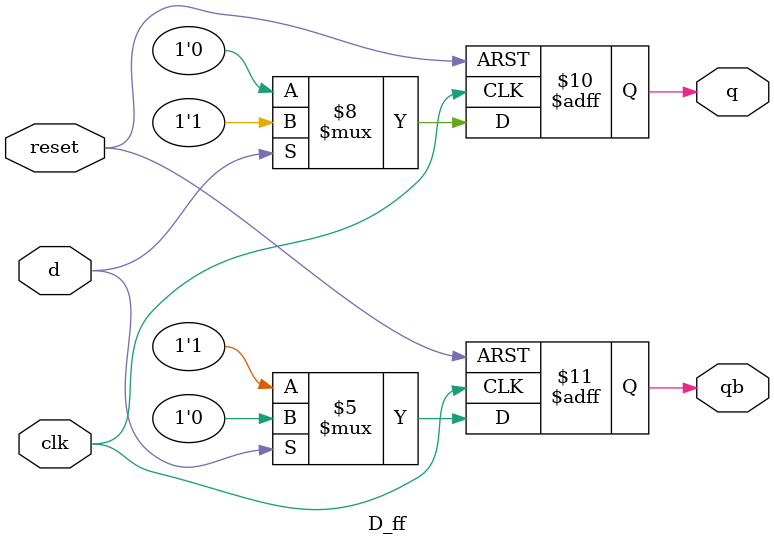
<source format=v>
module  gray_counter(out, clk, reset);

    input clk, reset;
    output reg [2:0] out;

    wire [2:0] q, qb;

    D_ff dff1 (q[2], qb[2], ((q[2] && q[0]) || (q[1] && qb[0])), clk, reset);
    D_ff dff2 (q[1], qb[1], ((qb[2] && q[0]) || (q[1] && qb[0])), clk, reset);
    D_ff dff3 (q[0], qb[0], ((qb[2] && qb[1]) || (q[2] && q[1])), clk, reset);

    
    always @ (q)
        begin
            out[2] <= q[2];
            out[1] <= q[1];
            out[0] <= q[0];
        end

endmodule

module D_ff(q, qb, d, clk, reset);

    input d, clk, reset;
    output q, qb;
    reg q, qb;
    
    always @ (posedge clk, negedge reset)
        begin
            if (!reset)
            begin
                q <= 1'b0; qb <= 1'b1;
            end
            else if (d == 1'b0)
            begin
                q <= 1'b0; qb <= 1'b1;
            end
            else
            begin
                q <= 1'b1; qb <= 1'b0;
            end
        end
endmodule

</source>
